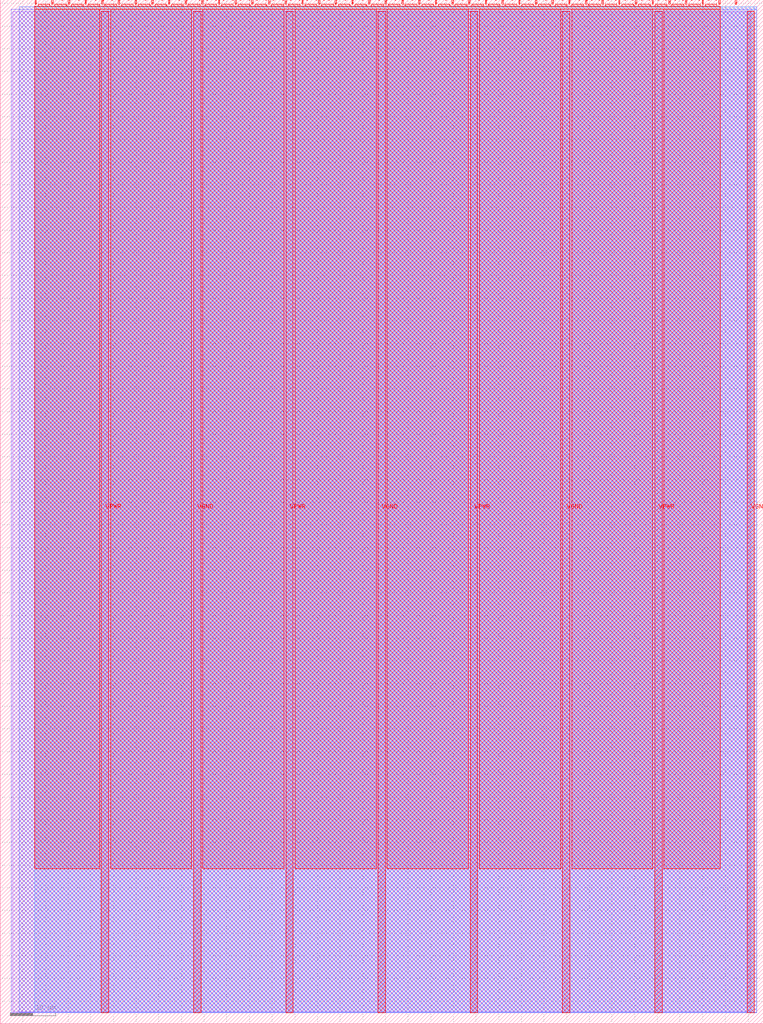
<source format=lef>
VERSION 5.7 ;
  NOWIREEXTENSIONATPIN ON ;
  DIVIDERCHAR "/" ;
  BUSBITCHARS "[]" ;
MACRO tt_um_tiny_processor
  CLASS BLOCK ;
  FOREIGN tt_um_tiny_processor ;
  ORIGIN 0.000 0.000 ;
  SIZE 168.360 BY 225.760 ;
  PIN VGND
    DIRECTION INOUT ;
    USE GROUND ;
    PORT
      LAYER met4 ;
        RECT 42.670 2.480 44.270 223.280 ;
    END
    PORT
      LAYER met4 ;
        RECT 83.380 2.480 84.980 223.280 ;
    END
    PORT
      LAYER met4 ;
        RECT 124.090 2.480 125.690 223.280 ;
    END
    PORT
      LAYER met4 ;
        RECT 164.800 2.480 166.400 223.280 ;
    END
  END VGND
  PIN VPWR
    DIRECTION INOUT ;
    USE POWER ;
    PORT
      LAYER met4 ;
        RECT 22.315 2.480 23.915 223.280 ;
    END
    PORT
      LAYER met4 ;
        RECT 63.025 2.480 64.625 223.280 ;
    END
    PORT
      LAYER met4 ;
        RECT 103.735 2.480 105.335 223.280 ;
    END
    PORT
      LAYER met4 ;
        RECT 144.445 2.480 146.045 223.280 ;
    END
  END VPWR
  PIN clk
    DIRECTION INPUT ;
    USE SIGNAL ;
    ANTENNAGATEAREA 0.852000 ;
    PORT
      LAYER met4 ;
        RECT 158.550 224.760 158.850 225.760 ;
    END
  END clk
  PIN ena
    DIRECTION INPUT ;
    USE SIGNAL ;
    PORT
      LAYER met4 ;
        RECT 162.230 224.760 162.530 225.760 ;
    END
  END ena
  PIN rst_n
    DIRECTION INPUT ;
    USE SIGNAL ;
    ANTENNAGATEAREA 0.159000 ;
    PORT
      LAYER met4 ;
        RECT 154.870 224.760 155.170 225.760 ;
    END
  END rst_n
  PIN ui_in[0]
    DIRECTION INPUT ;
    USE SIGNAL ;
    ANTENNAGATEAREA 0.213000 ;
    PORT
      LAYER met4 ;
        RECT 151.190 224.760 151.490 225.760 ;
    END
  END ui_in[0]
  PIN ui_in[1]
    DIRECTION INPUT ;
    USE SIGNAL ;
    ANTENNAGATEAREA 0.213000 ;
    PORT
      LAYER met4 ;
        RECT 147.510 224.760 147.810 225.760 ;
    END
  END ui_in[1]
  PIN ui_in[2]
    DIRECTION INPUT ;
    USE SIGNAL ;
    ANTENNAGATEAREA 0.196500 ;
    PORT
      LAYER met4 ;
        RECT 143.830 224.760 144.130 225.760 ;
    END
  END ui_in[2]
  PIN ui_in[3]
    DIRECTION INPUT ;
    USE SIGNAL ;
    ANTENNAGATEAREA 0.196500 ;
    PORT
      LAYER met4 ;
        RECT 140.150 224.760 140.450 225.760 ;
    END
  END ui_in[3]
  PIN ui_in[4]
    DIRECTION INPUT ;
    USE SIGNAL ;
    ANTENNAGATEAREA 0.196500 ;
    PORT
      LAYER met4 ;
        RECT 136.470 224.760 136.770 225.760 ;
    END
  END ui_in[4]
  PIN ui_in[5]
    DIRECTION INPUT ;
    USE SIGNAL ;
    ANTENNAGATEAREA 0.196500 ;
    PORT
      LAYER met4 ;
        RECT 132.790 224.760 133.090 225.760 ;
    END
  END ui_in[5]
  PIN ui_in[6]
    DIRECTION INPUT ;
    USE SIGNAL ;
    ANTENNAGATEAREA 0.213000 ;
    PORT
      LAYER met4 ;
        RECT 129.110 224.760 129.410 225.760 ;
    END
  END ui_in[6]
  PIN ui_in[7]
    DIRECTION INPUT ;
    USE SIGNAL ;
    ANTENNAGATEAREA 0.213000 ;
    PORT
      LAYER met4 ;
        RECT 125.430 224.760 125.730 225.760 ;
    END
  END ui_in[7]
  PIN uio_in[0]
    DIRECTION INPUT ;
    USE SIGNAL ;
    ANTENNAGATEAREA 0.213000 ;
    PORT
      LAYER met4 ;
        RECT 121.750 224.760 122.050 225.760 ;
    END
  END uio_in[0]
  PIN uio_in[1]
    DIRECTION INPUT ;
    USE SIGNAL ;
    ANTENNAGATEAREA 0.213000 ;
    PORT
      LAYER met4 ;
        RECT 118.070 224.760 118.370 225.760 ;
    END
  END uio_in[1]
  PIN uio_in[2]
    DIRECTION INPUT ;
    USE SIGNAL ;
    PORT
      LAYER met4 ;
        RECT 114.390 224.760 114.690 225.760 ;
    END
  END uio_in[2]
  PIN uio_in[3]
    DIRECTION INPUT ;
    USE SIGNAL ;
    PORT
      LAYER met4 ;
        RECT 110.710 224.760 111.010 225.760 ;
    END
  END uio_in[3]
  PIN uio_in[4]
    DIRECTION INPUT ;
    USE SIGNAL ;
    ANTENNAGATEAREA 0.196500 ;
    PORT
      LAYER met4 ;
        RECT 107.030 224.760 107.330 225.760 ;
    END
  END uio_in[4]
  PIN uio_in[5]
    DIRECTION INPUT ;
    USE SIGNAL ;
    PORT
      LAYER met4 ;
        RECT 103.350 224.760 103.650 225.760 ;
    END
  END uio_in[5]
  PIN uio_in[6]
    DIRECTION INPUT ;
    USE SIGNAL ;
    PORT
      LAYER met4 ;
        RECT 99.670 224.760 99.970 225.760 ;
    END
  END uio_in[6]
  PIN uio_in[7]
    DIRECTION INPUT ;
    USE SIGNAL ;
    PORT
      LAYER met4 ;
        RECT 95.990 224.760 96.290 225.760 ;
    END
  END uio_in[7]
  PIN uio_oe[0]
    DIRECTION OUTPUT TRISTATE ;
    USE SIGNAL ;
    PORT
      LAYER met4 ;
        RECT 33.430 224.760 33.730 225.760 ;
    END
  END uio_oe[0]
  PIN uio_oe[1]
    DIRECTION OUTPUT TRISTATE ;
    USE SIGNAL ;
    PORT
      LAYER met4 ;
        RECT 29.750 224.760 30.050 225.760 ;
    END
  END uio_oe[1]
  PIN uio_oe[2]
    DIRECTION OUTPUT TRISTATE ;
    USE SIGNAL ;
    PORT
      LAYER met4 ;
        RECT 26.070 224.760 26.370 225.760 ;
    END
  END uio_oe[2]
  PIN uio_oe[3]
    DIRECTION OUTPUT TRISTATE ;
    USE SIGNAL ;
    PORT
      LAYER met4 ;
        RECT 22.390 224.760 22.690 225.760 ;
    END
  END uio_oe[3]
  PIN uio_oe[4]
    DIRECTION OUTPUT TRISTATE ;
    USE SIGNAL ;
    PORT
      LAYER met4 ;
        RECT 18.710 224.760 19.010 225.760 ;
    END
  END uio_oe[4]
  PIN uio_oe[5]
    DIRECTION OUTPUT TRISTATE ;
    USE SIGNAL ;
    PORT
      LAYER met4 ;
        RECT 15.030 224.760 15.330 225.760 ;
    END
  END uio_oe[5]
  PIN uio_oe[6]
    DIRECTION OUTPUT TRISTATE ;
    USE SIGNAL ;
    PORT
      LAYER met4 ;
        RECT 11.350 224.760 11.650 225.760 ;
    END
  END uio_oe[6]
  PIN uio_oe[7]
    DIRECTION OUTPUT TRISTATE ;
    USE SIGNAL ;
    PORT
      LAYER met4 ;
        RECT 7.670 224.760 7.970 225.760 ;
    END
  END uio_oe[7]
  PIN uio_out[0]
    DIRECTION OUTPUT TRISTATE ;
    USE SIGNAL ;
    PORT
      LAYER met4 ;
        RECT 62.870 224.760 63.170 225.760 ;
    END
  END uio_out[0]
  PIN uio_out[1]
    DIRECTION OUTPUT TRISTATE ;
    USE SIGNAL ;
    PORT
      LAYER met4 ;
        RECT 59.190 224.760 59.490 225.760 ;
    END
  END uio_out[1]
  PIN uio_out[2]
    DIRECTION OUTPUT TRISTATE ;
    USE SIGNAL ;
    ANTENNADIFFAREA 0.795200 ;
    PORT
      LAYER met4 ;
        RECT 55.510 224.760 55.810 225.760 ;
    END
  END uio_out[2]
  PIN uio_out[3]
    DIRECTION OUTPUT TRISTATE ;
    USE SIGNAL ;
    ANTENNADIFFAREA 0.445500 ;
    PORT
      LAYER met4 ;
        RECT 51.830 224.760 52.130 225.760 ;
    END
  END uio_out[3]
  PIN uio_out[4]
    DIRECTION OUTPUT TRISTATE ;
    USE SIGNAL ;
    PORT
      LAYER met4 ;
        RECT 48.150 224.760 48.450 225.760 ;
    END
  END uio_out[4]
  PIN uio_out[5]
    DIRECTION OUTPUT TRISTATE ;
    USE SIGNAL ;
    ANTENNADIFFAREA 0.795200 ;
    PORT
      LAYER met4 ;
        RECT 44.470 224.760 44.770 225.760 ;
    END
  END uio_out[5]
  PIN uio_out[6]
    DIRECTION OUTPUT TRISTATE ;
    USE SIGNAL ;
    ANTENNADIFFAREA 0.795200 ;
    PORT
      LAYER met4 ;
        RECT 40.790 224.760 41.090 225.760 ;
    END
  END uio_out[6]
  PIN uio_out[7]
    DIRECTION OUTPUT TRISTATE ;
    USE SIGNAL ;
    ANTENNADIFFAREA 0.445500 ;
    PORT
      LAYER met4 ;
        RECT 37.110 224.760 37.410 225.760 ;
    END
  END uio_out[7]
  PIN uo_out[0]
    DIRECTION OUTPUT TRISTATE ;
    USE SIGNAL ;
    ANTENNADIFFAREA 0.795200 ;
    PORT
      LAYER met4 ;
        RECT 92.310 224.760 92.610 225.760 ;
    END
  END uo_out[0]
  PIN uo_out[1]
    DIRECTION OUTPUT TRISTATE ;
    USE SIGNAL ;
    ANTENNADIFFAREA 0.795200 ;
    PORT
      LAYER met4 ;
        RECT 88.630 224.760 88.930 225.760 ;
    END
  END uo_out[1]
  PIN uo_out[2]
    DIRECTION OUTPUT TRISTATE ;
    USE SIGNAL ;
    ANTENNADIFFAREA 0.891000 ;
    PORT
      LAYER met4 ;
        RECT 84.950 224.760 85.250 225.760 ;
    END
  END uo_out[2]
  PIN uo_out[3]
    DIRECTION OUTPUT TRISTATE ;
    USE SIGNAL ;
    ANTENNADIFFAREA 0.924000 ;
    PORT
      LAYER met4 ;
        RECT 81.270 224.760 81.570 225.760 ;
    END
  END uo_out[3]
  PIN uo_out[4]
    DIRECTION OUTPUT TRISTATE ;
    USE SIGNAL ;
    ANTENNADIFFAREA 0.795200 ;
    PORT
      LAYER met4 ;
        RECT 77.590 224.760 77.890 225.760 ;
    END
  END uo_out[4]
  PIN uo_out[5]
    DIRECTION OUTPUT TRISTATE ;
    USE SIGNAL ;
    ANTENNADIFFAREA 0.795200 ;
    PORT
      LAYER met4 ;
        RECT 73.910 224.760 74.210 225.760 ;
    END
  END uo_out[5]
  PIN uo_out[6]
    DIRECTION OUTPUT TRISTATE ;
    USE SIGNAL ;
    ANTENNADIFFAREA 0.891000 ;
    PORT
      LAYER met4 ;
        RECT 70.230 224.760 70.530 225.760 ;
    END
  END uo_out[6]
  PIN uo_out[7]
    DIRECTION OUTPUT TRISTATE ;
    USE SIGNAL ;
    ANTENNADIFFAREA 0.795200 ;
    PORT
      LAYER met4 ;
        RECT 66.550 224.760 66.850 225.760 ;
    END
  END uo_out[7]
  OBS
      LAYER li1 ;
        RECT 2.760 2.635 165.600 223.125 ;
      LAYER met1 ;
        RECT 2.460 2.480 166.910 223.680 ;
      LAYER met2 ;
        RECT 4.240 2.535 166.880 224.245 ;
      LAYER met3 ;
        RECT 7.630 2.555 166.390 224.225 ;
      LAYER met4 ;
        RECT 8.370 224.360 10.950 224.760 ;
        RECT 12.050 224.360 14.630 224.760 ;
        RECT 15.730 224.360 18.310 224.760 ;
        RECT 19.410 224.360 21.990 224.760 ;
        RECT 23.090 224.360 25.670 224.760 ;
        RECT 26.770 224.360 29.350 224.760 ;
        RECT 30.450 224.360 33.030 224.760 ;
        RECT 34.130 224.360 36.710 224.760 ;
        RECT 37.810 224.360 40.390 224.760 ;
        RECT 41.490 224.360 44.070 224.760 ;
        RECT 45.170 224.360 47.750 224.760 ;
        RECT 48.850 224.360 51.430 224.760 ;
        RECT 52.530 224.360 55.110 224.760 ;
        RECT 56.210 224.360 58.790 224.760 ;
        RECT 59.890 224.360 62.470 224.760 ;
        RECT 63.570 224.360 66.150 224.760 ;
        RECT 67.250 224.360 69.830 224.760 ;
        RECT 70.930 224.360 73.510 224.760 ;
        RECT 74.610 224.360 77.190 224.760 ;
        RECT 78.290 224.360 80.870 224.760 ;
        RECT 81.970 224.360 84.550 224.760 ;
        RECT 85.650 224.360 88.230 224.760 ;
        RECT 89.330 224.360 91.910 224.760 ;
        RECT 93.010 224.360 95.590 224.760 ;
        RECT 96.690 224.360 99.270 224.760 ;
        RECT 100.370 224.360 102.950 224.760 ;
        RECT 104.050 224.360 106.630 224.760 ;
        RECT 107.730 224.360 110.310 224.760 ;
        RECT 111.410 224.360 113.990 224.760 ;
        RECT 115.090 224.360 117.670 224.760 ;
        RECT 118.770 224.360 121.350 224.760 ;
        RECT 122.450 224.360 125.030 224.760 ;
        RECT 126.130 224.360 128.710 224.760 ;
        RECT 129.810 224.360 132.390 224.760 ;
        RECT 133.490 224.360 136.070 224.760 ;
        RECT 137.170 224.360 139.750 224.760 ;
        RECT 140.850 224.360 143.430 224.760 ;
        RECT 144.530 224.360 147.110 224.760 ;
        RECT 148.210 224.360 150.790 224.760 ;
        RECT 151.890 224.360 154.470 224.760 ;
        RECT 155.570 224.360 158.150 224.760 ;
        RECT 7.655 223.680 158.865 224.360 ;
        RECT 7.655 34.175 21.915 223.680 ;
        RECT 24.315 34.175 42.270 223.680 ;
        RECT 44.670 34.175 62.625 223.680 ;
        RECT 65.025 34.175 82.980 223.680 ;
        RECT 85.380 34.175 103.335 223.680 ;
        RECT 105.735 34.175 123.690 223.680 ;
        RECT 126.090 34.175 144.045 223.680 ;
        RECT 146.445 34.175 158.865 223.680 ;
  END
END tt_um_tiny_processor
END LIBRARY


</source>
